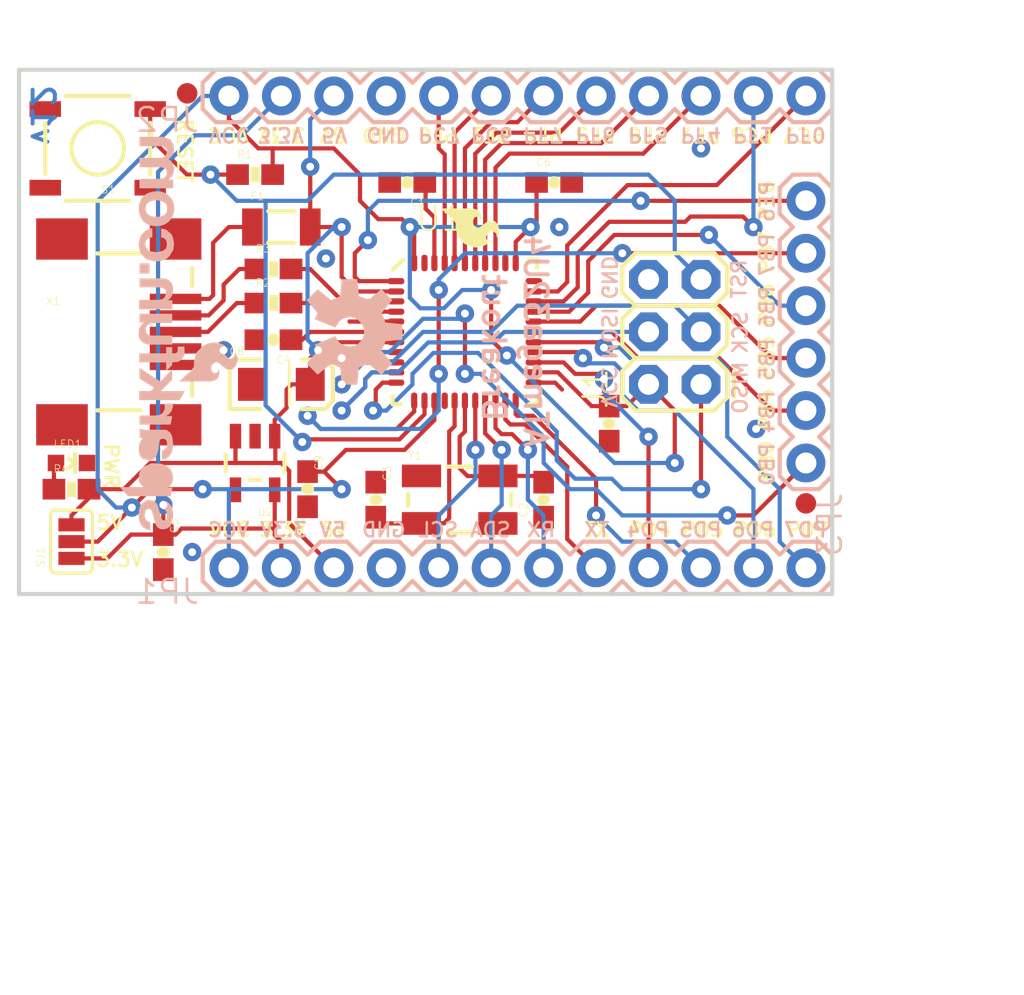
<source format=kicad_pcb>
(kicad_pcb (version 20211014) (generator pcbnew)
  (layers (0 "F.Cu" signal) (31 "B.Cu" signal) (34 "B.Paste" user) (35 "F.Paste" user) (36 "B.SilkS" user "B.Silkscreen") (37 "F.SilkS" user "F.Silkscreen") (38 "B.Mask" user) (39 "F.Mask" user) (44 "Edge.Cuts" user))
  (net 0 "")
  (net 1 "GND")
  (net 2 "VCC")
  (net 3 "AREF")
  (net 4 "N$2")
  (net 5 "N$3")
  (net 6 "N$6")
  (net 7 "N$8")
  (net 8 "5V")
  (net 9 "N$4")
  (net 10 "N$9")
  (net 11 "UCAP")
  (net 12 "3.3V")
  (net 13 "MISO")
  (net 14 "SCK")
  (net 15 "RST")
  (net 16 "MOSI")
  (net 17 "PF7")
  (net 18 "PF6")
  (net 19 "PF5")
  (net 20 "PF4")
  (net 21 "PF1")
  (net 22 "PF0")
  (net 23 "RX")
  (net 24 "TX")
  (net 25 "SDA")
  (net 26 "SCL")
  (net 27 "PD4")
  (net 28 "PC6")
  (net 29 "PD7")
  (net 30 "PE6")
  (net 31 "PB4")
  (net 32 "PB5")
  (net 33 "PB6")
  (net 34 "PB7")
  (net 35 "PD6")
  (net 36 "PC7")
  (net 37 "PB0")
  (net 38 "PD5")
  (net 39 "D+")
  (net 40 "D-")
  (footprint "boardEagle:SOT23-5" (layer "F.Cu") (at 140.2461 111.3536 180)
    (fp_text reference "U2")
    (fp_text value "3.3V_REG_LDOSMD")
  )
  (footprint "boardEagle:QFN-44-NOPAD_1_1" (layer "F.Cu") (at 150.4061 105.0036)
    (fp_text reference "U1")
    (fp_text value "ATMEGA32U4")
  )
  (footprint "boardEagle:SFE-LOGO-FLAME" (layer "F.Cu") (at 149.2631 99.0346 -90)
    (fp_text reference "JP5" hide)
    (fp_text value "LOGO-SFESK" hide)
  )
  (footprint "boardEagle:CRYSTAL-SMD-5X3" (layer "F.Cu") (at 150.1521 113.1316)
    (fp_text reference "Y1")
    (fp_text value "16MHz")
  )
  (footprint "boardEagle:0603-CAP" (layer "F.Cu") (at 154.2161 113.1316 90)
    (fp_text reference "C2")
    (fp_text value "18pF")
  )
  (footprint "boardEagle:0603-RES" (layer "F.Cu") (at 141.1351 101.9556)
    (fp_text reference "R3")
    (fp_text value "22")
  )
  (footprint "boardEagle:0603-CAP" (layer "F.Cu") (at 142.7861 112.6236 -90)
    (fp_text reference "C9")
    (fp_text value "0.1uF")
  )
  (footprint "boardEagle:0603-CAP" (layer "F.Cu") (at 146.0881 113.1316 -90)
    (fp_text reference "C3")
    (fp_text value "18pF")
  )
  (footprint "boardEagle:PTC-1206" (layer "F.Cu") (at 141.5161 99.9236)
    (fp_text reference "F1")
    (fp_text value "PTCSMD")
  )
  (footprint "boardEagle:FIDUCIAL-1X2" (layer "F.Cu") (at 166.9161 113.3094)
    (fp_text reference "JP7" hide)
    (fp_text value "FIDUCIAL1X2" hide)
  )
  (footprint "boardEagle:FIDUCIAL-1X2" (layer "F.Cu") (at 136.9568 93.4466)
    (fp_text reference "JP6" hide)
    (fp_text value "FIDUCIAL1X2" hide)
  )
  (footprint "boardEagle:0603-RES" (layer "F.Cu") (at 141.1351 103.6066)
    (fp_text reference "R2")
    (fp_text value "22")
  )
  (footprint "boardEagle:SJ_3_PASTE2&3" (layer "F.Cu") (at 131.3561 115.1636 90)
    (fp_text reference "SJ1")
    (fp_text value "Power Select")
  )
  (footprint "boardEagle:0603-CAP" (layer "F.Cu") (at 135.8011 115.6716 -90)
    (fp_text reference "C5")
    (fp_text value "1uF")
  )
  (footprint "boardEagle:USB-MINIB" (layer "F.Cu") (at 133.8961 105.0036)
    (fp_text reference "X1")
    (fp_text value "USBSMD")
  )
  (footprint "boardEagle:0603-RES" (layer "F.Cu") (at 131.3561 112.6236)
    (fp_text reference "R4")
    (fp_text value "1k")
  )
  (footprint "boardEagle:0603-RES" (layer "F.Cu") (at 140.2461 97.3836)
    (fp_text reference "R1")
    (fp_text value "10k")
  )
  (footprint "boardEagle:0603-CAP" (layer "F.Cu") (at 141.1351 105.3846 180)
    (fp_text reference "C4")
    (fp_text value "1uF")
  )
  (footprint "boardEagle:LED-0603" (layer "F.Cu") (at 131.3561 111.3536 -90)
    (fp_text reference "LED1")
    (fp_text value "Power")
  )
  (footprint "boardEagle:0603-CAP" (layer "F.Cu") (at 154.7241 97.7646)
    (fp_text reference "C6")
    (fp_text value "0.1uF")
  )
  (footprint "boardEagle:EIA3216" (layer "F.Cu") (at 141.5161 107.5436)
    (fp_text reference "C8")
    (fp_text value "10uF")
  )
  (footprint "boardEagle:0603-CAP" (layer "F.Cu") (at 147.6121 97.7646 180)
    (fp_text reference "C1")
    (fp_text value "0.1uF")
  )
  (footprint "boardEagle:2X3" (layer "F.Cu") (at 161.8361 107.5436 90)
    (fp_text reference "J1")
    (fp_text value "AVR_SPI_PRG")
  )
  (footprint "boardEagle:0603-CAP" (layer "F.Cu") (at 157.3911 109.4486 -90)
    (fp_text reference "C7")
    (fp_text value "0.1uF")
  )
  (footprint "boardEagle:TACTILE_SWITCH_SMD" (layer "F.Cu") (at 132.6261 96.1136 180)
    (fp_text reference "S1")
    (fp_text value "SWITCH-SMD")
  )
  (footprint "boardEagle:1X12" (layer "B.Cu") (at 138.9761 93.5736)
    (fp_text reference "JP2")
    (fp_text value "M12PTH")
  )
  (footprint "boardEagle:1X06" (layer "B.Cu") (at 166.9161 111.3536 90)
    (fp_text reference "JP3")
    (fp_text value "")
  )
  (footprint "boardEagle:SFE-NEW-WEBLOGO" (layer "B.Cu") (at 133.7056 114.6048 90)
    (fp_text reference "JP8" hide)
    (fp_text value "LOGO-SFENEW" hide)
  )
  (footprint "boardEagle:1X12" (layer "B.Cu") (at 138.9761 116.4336)
    (fp_text reference "JP1")
    (fp_text value "M12PTH")
  )
  (footprint "boardEagle:OSHW-LOGO-M" (layer "B.Cu") (at 144.8181 105.0036 90)
    (fp_text reference "U$6" hide)
    (fp_text value "OSHW-LOGOM" hide)
  )
  (gr_line (start 128.8161 117.7036) (end 168.1861 117.7036) (layer "Edge.Cuts") (width 0.2032))
  (gr_line (start 128.8161 92.3036) (end 128.8161 117.7036) (layer "Edge.Cuts") (width 0.2032))
  (gr_line (start 168.1861 117.7036) (end 168.1861 92.3036) (layer "Edge.Cuts") (width 0.2032))
  (gr_line (start 168.1861 92.3036) (end 128.8161 92.3036) (layer "Edge.Cuts") (width 0.2032))
  (gr_text "v12" (at 130.5941 92.9386 -90) (layer "B.Cu") (effects (font (size 1.0795 1.0795) (thickness 0.1905)) (justify right top mirror)))
  (gr_text "5V" (at 143.383 95.0468 -180) (layer "B.SilkS") (effects (font (size 0.69088 0.69088) (thickness 0.12192)) (justify left bottom mirror)))
  (gr_text "PB6" (at 165.4429 102.7049 -270) (layer "B.SilkS") (effects (font (size 0.69088 0.69088) (thickness 0.12192)) (justify left bottom mirror)))
  (gr_text "Breakout" (at 151.1681 109.4486 -90) (layer "B.SilkS") (effects (font (size 1.0795 1.0795) (thickness 0.1905)) (justify left bottom mirror)))
  (gr_text "PB5" (at 165.4429 105.2449 -270) (layer "B.SilkS") (effects (font (size 0.69088 0.69088) (thickness 0.12192)) (justify left bottom mirror)))
  (gr_text "RST" (at 164.084 101.4222 -270) (layer "B.SilkS") (effects (font (size 0.69088 0.69088) (thickness 0.12192)) (justify left bottom mirror)))
  (gr_text "VCC" (at 140.0302 114.9985) (layer "B.SilkS") (effects (font (size 0.69088 0.69088) (thickness 0.12192)) (justify left bottom mirror)))
  (gr_text "PD6" (at 165.4429 114.9985) (layer "B.SilkS") (effects (font (size 0.69088 0.69088) (thickness 0.12192)) (justify left bottom mirror)))
  (gr_text "PB0" (at 165.4429 110.3249 -270) (layer "B.SilkS") (effects (font (size 0.69088 0.69088) (thickness 0.12192)) (justify left bottom mirror)))
  (gr_text "GND" (at 147.6121 114.9985) (layer "B.SilkS") (effects (font (size 0.69088 0.69088) (thickness 0.12192)) (justify left bottom mirror)))
  (gr_text "RX" (at 154.8511 114.9985) (layer "B.SilkS") (effects (font (size 0.69088 0.69088) (thickness 0.12192)) (justify left bottom mirror)))
  (gr_text "PD4" (at 160.3629 114.9985) (layer "B.SilkS") (effects (font (size 0.69088 0.69088) (thickness 0.12192)) (justify left bottom mirror)))
  (gr_text "PF4" (at 160.7693 95.0468 -180) (layer "B.SilkS") (effects (font (size 0.69088 0.69088) (thickness 0.12192)) (justify left bottom mirror)))
  (gr_text "PD5" (at 162.9029 114.9985) (layer "B.SilkS") (effects (font (size 0.69088 0.69088) (thickness 0.12192)) (justify left bottom mirror)))
  (gr_text "PF5" (at 158.2293 95.0468 -180) (layer "B.SilkS") (effects (font (size 0.69088 0.69088) (thickness 0.12192)) (justify left bottom mirror)))
  (gr_text "3.3V" (at 142.8242 114.9985) (layer "B.SilkS") (effects (font (size 0.69088 0.69088) (thickness 0.12192)) (justify left bottom mirror)))
  (gr_text "PB7" (at 165.4429 100.1649 -270) (layer "B.SilkS") (effects (font (size 0.69088 0.69088) (thickness 0.12192)) (justify left bottom mirror)))
  (gr_text "PD7" (at 167.9829 114.9985) (layer "B.SilkS") (effects (font (size 0.69088 0.69088) (thickness 0.12192)) (justify left bottom mirror)))
  (gr_text "GND" (at 156.972 103.505 -90) (layer "B.SilkS") (effects (font (size 0.69088 0.69088) (thickness 0.12192)) (justify left bottom mirror)))
  (gr_text "MISO" (at 164.1348 106.3752 -270) (layer "B.SilkS") (effects (font (size 0.69088 0.69088) (thickness 0.12192)) (justify left bottom mirror)))
  (gr_text "SDA" (at 152.6921 114.9985) (layer "B.SilkS") (effects (font (size 0.69088 0.69088) (thickness 0.12192)) (justify left bottom mirror)))
  (gr_text "VCC" (at 137.9347 95.0468 -180) (layer "B.SilkS") (effects (font (size 0.69088 0.69088) (thickness 0.12192)) (justify left bottom mirror)))
  (gr_text "PF1" (at 163.3093 95.0468 -180) (layer "B.SilkS") (effects (font (size 0.69088 0.69088) (thickness 0.12192)) (justify left bottom mirror)))
  (gr_text "TX" (at 157.4673 114.9985) (layer "B.SilkS") (effects (font (size 0.69088 0.69088) (thickness 0.12192)) (justify left bottom mirror)))
  (gr_text "3.3V" (at 140.2842 95.0468 -180) (layer "B.SilkS") (effects (font (size 0.69088 0.69088) (thickness 0.12192)) (justify left bottom mirror)))
  (gr_text "PF6" (at 155.6893 95.0468 -180) (layer "B.SilkS") (effects (font (size 0.69088 0.69088) (thickness 0.12192)) (justify left bottom mirror)))
  (gr_text "PE6" (at 165.4429 97.6249 -270) (layer "B.SilkS") (effects (font (size 0.69088 0.69088) (thickness 0.12192)) (justify left bottom mirror)))
  (gr_text "PB4" (at 165.4429 107.7849 -270) (layer "B.SilkS") (effects (font (size 0.69088 0.69088) (thickness 0.12192)) (justify left bottom mirror)))
  (gr_text "5V" (at 144.6911 114.9985) (layer "B.SilkS") (effects (font (size 0.69088 0.69088) (thickness 0.12192)) (justify left bottom mirror)))
  (gr_text "PF0" (at 165.8493 95.0468 -180) (layer "B.SilkS") (effects (font (size 0.69088 0.69088) (thickness 0.12192)) (justify left bottom mirror)))
  (gr_text "VCC" (at 156.9593 108.7374 -90) (layer "B.SilkS") (effects (font (size 0.69088 0.69088) (thickness 0.12192)) (justify left bottom mirror)))
  (gr_text "ATmega32U4" (at 153.2001 110.7186 -90) (layer "B.SilkS") (effects (font (size 1.0795 1.0795) (thickness 0.1905)) (justify left bottom mirror)))
  (gr_text "PC7" (at 148.0693 95.0468 -180) (layer "B.SilkS") (effects (font (size 0.69088 0.69088) (thickness 0.12192)) (justify left bottom mirror)))
  (gr_text "GND" (at 145.5547 95.0468 -180) (layer "B.SilkS") (effects (font (size 0.69088 0.69088) (thickness 0.12192)) (justify left bottom mirror)))
  (gr_text "PF7" (at 153.1493 95.0468 -180) (layer "B.SilkS") (effects (font (size 0.69088 0.69088) (thickness 0.12192)) (justify left bottom mirror)))
  (gr_text "SCL" (at 150.1521 114.9985) (layer "B.SilkS") (effects (font (size 0.69088 0.69088) (thickness 0.12192)) (justify left bottom mirror)))
  (gr_text "MOSI" (at 156.972 106.4133 -90) (layer "B.SilkS") (effects (font (size 0.69088 0.69088) (thickness 0.12192)) (justify left bottom mirror)))
  (gr_text "PC6" (at 150.6093 95.0468 -180) (layer "B.SilkS") (effects (font (size 0.69088 0.69088) (thickness 0.12192)) (justify left bottom mirror)))
  (gr_text "SCK" (at 164.1348 103.9368 -270) (layer "B.SilkS") (effects (font (size 0.69088 0.69088) (thickness 0.12192)) (justify left bottom mirror)))
  (gr_text "VCC" (at 137.9601 114.9985) (layer "F.SilkS") (effects (font (size 0.69088 0.69088) (thickness 0.12192)) (justify left bottom)))
  (gr_text "PB4" (at 165.4175 109.855 90) (layer "F.SilkS") (effects (font (size 0.69088 0.69088) (thickness 0.12192)) (justify left bottom)))
  (gr_text "VCC" (at 140.0175 95.0468 180) (layer "F.SilkS") (effects (font (size 0.69088 0.69088) (thickness 0.12192)) (justify left bottom)))
  (gr_text "PC7" (at 167.9321 95.0468 180) (layer "F.SilkS") (effects (font (size 0.69088 0.69088) (thickness 0.12192)) (justify left bottom)))
  (gr_text "PD7" (at 165.9001 114.9985) (layer "F.SilkS") (effects (font (size 0.69088 0.69088) (thickness 0.12192)) (justify left bottom)))
  (gr_text "5V" (at 144.7165 95.0468 180) (layer "F.SilkS") (effects (font (size 0.69088 0.69088) (thickness 0.12192)) (justify left bottom)))
  (gr_text "PD6" (at 163.3601 114.9985) (layer "F.SilkS") (effects (font (size 0.69088 0.69088) (thickness 0.12192)) (justify left bottom)))
  (gr_text "PWR" (at 132.8801 110.3376 270) (layer "F.SilkS") (effects (font (size 0.69088 0.69088) (thickness 0.12192)) (justify left bottom)))
  (gr_text "PF5" (at 157.7721 95.0468 180) (layer "F.SilkS") (effects (font (size 0.69088 0.69088) (thickness 0.12192)) (justify left bottom)))
  (gr_text "PB7" (at 165.4175 102.235 90) (layer "F.SilkS") (effects (font (size 0.69088 0.69088) (thickness 0.12192)) (justify left bottom)))
  (gr_text "PE6" (at 165.4175 99.695 90) (layer "F.SilkS") (effects (font (size 0.69088 0.69088) (thickness 0.12192)) (justify left bottom)))
  (gr_text "RESET" (at 136.4361 94.5896 270) (layer "F.SilkS") (effects (font (size 0.69088 0.69088) (thickness 0.12192)) (justify left bottom)))
  (gr_text "PB0" (at 165.4175 112.395 90) (layer "F.SilkS") (effects (font (size 0.69088 0.69088) (thickness 0.12192)) (justify left bottom)))
  (gr_text "PF1" (at 152.6921 95.0468 180) (layer "F.SilkS") (effects (font (size 0.69088 0.69088) (thickness 0.12192)) (justify left bottom)))
  (gr_text "PB6" (at 165.4175 104.775 90) (layer "F.SilkS") (effects (font (size 0.69088 0.69088) (thickness 0.12192)) (justify left bottom)))
  (gr_text "PF7" (at 162.8521 95.0468 180) (layer "F.SilkS") (effects (font (size 0.69088 0.69088) (thickness 0.12192)) (justify left bottom)))
  (gr_text "PF0" (at 150.1521 95.0468 180) (layer "F.SilkS") (effects (font (size 0.69088 0.69088) (thickness 0.12192)) (justify left bottom)))
  (gr_text "3.3V" (at 140.3731 114.9985) (layer "F.SilkS") (effects (font (size 0.69088 0.69088) (thickness 0.12192)) (justify left bottom)))
  (gr_text "PF6" (at 160.3121 95.0468 180) (layer "F.SilkS") (effects (font (size 0.69088 0.69088) (thickness 0.12192)) (justify left bottom)))
  (gr_text "5V" (at 132.4991 114.6556) (layer "F.SilkS") (effects (font (size 0.69088 0.69088) (thickness 0.12192)) (justify left bottom)))
  (gr_text "5V" (at 143.3576 114.9985) (layer "F.SilkS") (effects (font (size 0.69088 0.69088) (thickness 0.12192)) (justify left bottom)))
  (gr_text "PC6" (at 165.3921 95.0468 180) (layer "F.SilkS") (effects (font (size 0.69088 0.69088) (thickness 0.12192)) (justify left bottom)))
  (gr_text "3.3V" (at 142.7353 95.0468 180) (layer "F.SilkS") (effects (font (size 0.69088 0.69088) (thickness 0.12192)) (justify left bottom)))
  (gr_text "GND" (at 147.6248 95.0468 180) (layer "F.SilkS") (effects (font (size 0.69088 0.69088) (thickness 0.12192)) (justify left bottom)))
  (gr_text "PD4" (at 158.2801 114.9985) (layer "F.SilkS") (effects (font (size 0.69088 0.69088) (thickness 0.12192)) (justify left bottom)))
  (gr_text "PD5" (at 160.8201 114.9985) (layer "F.SilkS") (effects (font (size 0.69088 0.69088) (thickness 0.12192)) (justify left bottom)))
  (gr_text "PB5" (at 165.4175 107.315 90) (layer "F.SilkS") (effects (font (size 0.69088 0.69088) (thickness 0.12192)) (justify left bottom)))
  (gr_text "TX" (at 156.1211 114.9985) (layer "F.SilkS") (effects (font (size 0.69088 0.69088) (thickness 0.12192)) (justify left bottom)))
  (gr_text "3.3V" (at 132.4991 116.4336) (layer "F.SilkS") (effects (font (size 0.69088 0.69088) (thickness 0.12192)) (justify left bottom)))
  (gr_text "PF4" (at 155.2321 95.0468 180) (layer "F.SilkS") (effects (font (size 0.69088 0.69088) (thickness 0.12192)) (justify left bottom)))
  (segment (start 153.7426 107.461335) (end 154.768834 107.461335) (width 0.2032) (layer "F.Cu") (net 1))
  (segment (start 154.768834 107.461335) (end 155.1051 107.7976) (width 0.2032) (layer "F.Cu") (net 1))
  (segment (start 144.8261 104.5036) (end 144.8181 104.4956) (width 0.2032) (layer "F.Cu") (net 1))
  (segment (start 147.0696 104.5036) (end 144.8261 104.5036) (width 0.2032) (layer "F.Cu") (net 1))
  (via (at 137.1981 115.6716) (size 0.889) (drill 0.381) (layers "F.Cu" "B.Cu") (net 1))
  (via (at 154.9781 99.9236) (size 0.889) (drill 0.381) (layers "F.Cu" "B.Cu") (net 1))
  (via (at 161.8361 96.1136) (size 0.889) (drill 0.381) (layers "F.Cu" "B.Cu") (net 1))
  (via (at 164.5031 109.7026) (size 0.889) (drill 0.381) (layers "F.Cu" "B.Cu") (net 1))
  (via (at 143.6751 101.4476) (size 0.889) (drill 0.381) (layers "F.Cu" "B.Cu") (net 1))
  (via (at 138.7221 105.8926) (size 0.889) (drill 0.381) (layers "F.Cu" "B.Cu") (net 1))
  (segment (start 145.3261 98.6536) (end 145.3261 97.3836) (width 0.2032) (layer "F.Cu") (net 2))
  (segment (start 160.5661 108.8136) (end 160.5661 111.3536) (width 0.2032) (layer "F.Cu") (net 2))
  (segment (start 147.4851 110.7186) (end 144.6421 110.7186) (width 0.2032) (layer "F.Cu") (net 2))
  (segment (start 147.948365 100.132866) (end 147.7391 99.9236) (width 0.2032) (layer "F.Cu") (net 2))
  (segment (start 153.8741 97.7646) (end 153.8741 99.6306) (width 0.2032) (layer "F.Cu") (net 2))
  (segment (start 143.5871 111.7736) (end 144.4371 112.6236) (width 0.2032) (layer "F.Cu") (net 2))
  (segment (start 151.6761 102.9716) (end 151.6761 105.3846) (width 0.2032) (layer "F.Cu") (net 2))
  (segment (start 151.6761 105.3846) (end 152.4381 106.1466) (width 0.2032) (layer "F.Cu") (net 2))
  (segment (start 138.9761 94.6866) (end 138.9761 93.5736) (width 0.2032) (layer "F.Cu") (net 2))
  (segment (start 153.7426 106.961335) (end 154.903834 106.961335) (width 0.2032) (layer "F.Cu") (net 2))
  (segment (start 132.6261 115.1636) (end 131.3561 115.1636) (width 0.2032) (layer "F.Cu") (net 2))
  (segment (start 142.7861 111.7736) (end 143.5871 111.7736) (width 0.2032) (layer "F.Cu") (net 2))
  (segment (start 137.7061 112.6236) (end 135.1661 112.6236) (width 0.2032) (layer "F.Cu") (net 2))
  (segment (start 146.2151 99.5426) (end 145.3261 98.6536) (width 0.2032) (layer "F.Cu") (net 2))
  (segment (start 158.2411 108.5986) (end 159.2961 107.5436) (width 0.2032) (layer "F.Cu") (net 2))
  (segment (start 152.863834 100.640866) (end 153.5811 99.9236) (width 0.2032) (layer "F.Cu") (net 2))
  (segment (start 156.5411 108.5986) (end 154.903834 106.961335) (width 0.2032) (layer "F.Cu") (net 2))
  (segment (start 157.3911 108.5986) (end 158.2411 108.5986) (width 0.2032) (layer "F.Cu") (net 2))
  (segment (start 132.6261 115.1636) (end 134.2771 113.5126) (width 0.2032) (layer "F.Cu") (net 2))
  (segment (start 148.927231 108.3401) (end 148.927231 109.276469) (width 0.2032) (layer "F.Cu") (net 2))
  (segment (start 159.2961 107.5436) (end 160.5661 108.8136) (width 0.2032) (layer "F.Cu") (net 2))
  (segment (start 147.948365 101.6671) (end 147.948365 100.132866) (width 0.2032) (layer "F.Cu") (net 2))
  (segment (start 146.2151 99.5426) (end 147.3581 99.5426) (width 0.2032) (layer "F.Cu") (net 2))
  (segment (start 135.1661 112.6236) (end 134.2771 113.5126) (width 0.2032) (layer "F.Cu") (net 2))
  (segment (start 147.3581 99.5426) (end 147.7391 99.9236) (width 0.2032) (layer "F.Cu") (net 2))
  (segment (start 144.6421 110.7186) (end 143.5871 111.7736) (width 0.2032) (layer "F.Cu") (net 2))
  (segment (start 145.3261 97.3836) (end 144.0561 96.1136) (width 0.2032) (layer "F.Cu") (net 2))
  (segment (start 148.927231 109.276469) (end 147.4851 110.7186) (width 0.2032) (layer "F.Cu") (net 2))
  (segment (start 152.863834 101.6671) (end 152.863834 100.640866) (width 0.2032) (layer "F.Cu") (net 2))
  (segment (start 153.5811 99.9236) (end 153.8741 99.6306) (width 0.2032) (layer "F.Cu") (net 2))
  (segment (start 141.0961 97.3836) (end 141.0961 96.1136) (width 0.2032) (layer "F.Cu") (net 2))
  (segment (start 157.3911 108.5986) (end 156.5411 108.5986) (width 0.2032) (layer "F.Cu") (net 2))
  (segment (start 140.4031 96.1136) (end 138.9761 94.6866) (width 0.2032) (layer "F.Cu") (net 2))
  (segment (start 144.0561 96.1136) (end 141.0961 96.1136) (width 0.2032) (layer "F.Cu") (net 2))
  (segment (start 141.0961 96.1136) (end 140.4031 96.1136) (width 0.2032) (layer "F.Cu") (net 2))
  (via (at 144.4371 112.6236) (size 0.889) (drill 0.381) (layers "F.Cu" "B.Cu") (net 2))
  (via (at 160.5661 111.3536) (size 0.889) (drill 0.381) (layers "F.Cu" "B.Cu") (net 2))
  (via (at 137.7061 112.6236) (size 0.889) (drill 0.381) (layers "F.Cu" "B.Cu") (net 2))
  (via (at 153.5811 99.9236) (size 0.889) (drill 0.381) (layers "F.Cu" "B.Cu") (net 2))
  (via (at 151.6761 102.9716) (size 0.889) (drill 0.381) (layers "F.Cu" "B.Cu") (net 2))
  (via (at 134.2771 113.5126) (size 0.889) (drill 0.381) (layers "F.Cu" "B.Cu") (net 2))
  (via (at 147.7391 99.9236) (size 0.889) (drill 0.381) (layers "F.Cu" "B.Cu") (net 2))
  (via (at 152.4381 106.1466) (size 0.889) (drill 0.381) (layers "F.Cu" "B.Cu") (net 2))
  (segment (start 147.7391 103.3526) (end 147.7391 99.9236) (width 0.2032) (layer "B.Cu") (net 2))
  (segment (start 149.3901 103.8606) (end 148.2471 103.8606) (width 0.2032) (layer "B.Cu") (net 2))
  (segment (start 153.5811 99.9236) (end 147.7391 99.9236) (width 0.2032) (layer "B.Cu") (net 2))
  (segment (start 132.6261 112.6236) (end 133.5151 113.5126) (width 0.2032) (layer "B.Cu") (net 2))
  (segment (start 138.9761 112.6236) (end 138.9761 116.4336) (width 0.2032) (layer "B.Cu") (net 2))
  (segment (start 138.9761 93.5736) (end 137.7061 93.5736) (width 0.2032) (layer "B.Cu") (net 2))
  (segment (start 150.2791 102.9716) (end 149.3901 103.8606) (width 0.2032) (layer "B.Cu") (net 2))
  (segment (start 152.4381 106.1466) (end 157.6451 111.3536) (width 0.2032) (layer "B.Cu") (net 2))
  (segment (start 137.7061 112.6236) (end 138.9761 112.6236) (width 0.2032) (layer "B.Cu") (net 2))
  (segment (start 148.2471 103.8606) (end 147.7391 103.3526) (width 0.2032) (layer "B.Cu") (net 2))
  (segment (start 138.9761 112.6236) (end 144.4371 112.6236) (width 0.2032) (layer "B.Cu") (net 2))
  (segment (start 160.5661 111.3536) (end 157.6451 111.3536) (width 0.2032) (layer "B.Cu") (net 2))
  (segment (start 133.5151 113.5126) (end 134.2771 113.5126) (width 0.2032) (layer "B.Cu") (net 2))
  (segment (start 151.6761 102.9716) (end 150.2791 102.9716) (width 0.2032) (layer "B.Cu") (net 2))
  (segment (start 132.6261 98.6536) (end 132.6261 112.6236) (width 0.2032) (layer "B.Cu") (net 2))
  (segment (start 137.7061 93.5736) (end 132.6261 98.6536) (width 0.2032) (layer "B.Cu") (net 2))
  (segment (start 148.5011 99.0346) (end 148.5011 97.8036) (width 0.2032) (layer "F.Cu") (net 3))
  (segment (start 148.927234 101.6671) (end 148.927234 99.460735) (width 0.2032) (layer "F.Cu") (net 3))
  (segment (start 148.5011 97.8036) (end 148.4621 97.7646) (width 0.2032) (layer "F.Cu") (net 3))
  (segment (start 148.927234 99.460735) (end 148.5011 99.0346) (width 0.2032) (layer "F.Cu") (net 3))
  (segment (start 153.9161 111.9816) (end 154.2161 112.2816) (width 0.2032) (layer "F.Cu") (net 4))
  (segment (start 150.5331 111.9886) (end 151.9951 111.9886) (width 0.2032) (layer "F.Cu") (net 4))
  (segment (start 150.4061 108.3401) (end 150.4061 109.8296) (width 0.2032) (layer "F.Cu") (net 4))
  (segment (start 150.1521 111.6076) (end 150.5331 111.9886) (width 0.2032) (layer "F.Cu") (net 4))
  (segment (start 150.1521 110.0836) (end 150.1521 111.6076) (width 0.2032) (layer "F.Cu") (net 4))
  (segment (start 151.9951 111.9886) (end 152.0021 111.9816) (width 0.2032) (layer "F.Cu") (net 4))
  (segment (start 152.0021 111.9816) (end 153.9161 111.9816) (width 0.2032) (layer "F.Cu") (net 4))
  (segment (start 150.4061 109.8296) (end 150.1521 110.0836) (width 0.2032) (layer "F.Cu") (net 4))
  (segment (start 148.3021 114.2816) (end 146.3881 114.2816) (width 0.2032) (layer "F.Cu") (net 5))
  (segment (start 149.6441 109.8296) (end 149.6441 114.0206) (width 0.2032) (layer "F.Cu") (net 5))
  (segment (start 149.3901 114.2746) (end 148.3091 114.2746) (width 0.2032) (layer "F.Cu") (net 5))
  (segment (start 146.3881 114.2816) (end 146.0881 113.9816) (width 0.2032) (layer "F.Cu") (net 5))
  (segment (start 149.6441 114.0206) (end 149.3901 114.2746) (width 0.2032) (layer "F.Cu") (net 5))
  (segment (start 148.3091 114.2746) (end 148.3021 114.2816) (width 0.2032) (layer "F.Cu") (net 5))
  (segment (start 149.9061 109.5676) (end 149.6441 109.8296) (width 0.2032) (layer "F.Cu") (net 5))
  (segment (start 149.9061 108.3401) (end 149.9061 109.5676) (width 0.2032) (layer "F.Cu") (net 5))
  (segment (start 144.347234 104.024735) (end 143.9291 103.6066) (width 0.2032) (layer "F.Cu") (net 6))
  (segment (start 143.9291 103.6066) (end 141.9851 103.6066) (width 0.2032) (layer "F.Cu") (net 6))
  (segment (start 147.0696 104.024735) (end 144.347234 104.024735) (width 0.2032) (layer "F.Cu") (net 6))
  (segment (start 147.0696 103.524732) (end 144.482231 103.524732) (width 0.2032) (layer "F.Cu") (net 7))
  (segment (start 141.9851 101.9556) (end 142.9131 101.9556) (width 0.2032) (layer "F.Cu") (net 7))
  (segment (start 144.482231 103.524732) (end 142.9131 101.9556) (width 0.2032) (layer "F.Cu") (net 7))
  (segment (start 142.9161 99.9236) (end 142.9161 97.7676) (width 0.2032) (layer "F.Cu") (net 8))
  (segment (start 141.8971 111.7346) (end 141.5161 111.3536) (width 0.2032) (layer "F.Cu") (net 8))
  (segment (start 144.8261 105.5036) (end 147.0696 105.503604) (width 0.2032) (layer "F.Cu") (net 8))
  (segment (start 147.0696 103.045866) (end 145.146365 103.045866) (width 0.2032) (layer "F.Cu") (net 8))
  (segment (start 142.9131 107.5406) (end 142.9131 106.2736) (width 0.2032) (layer "F.Cu") (net 8))
  (segment (start 144.8261 105.5036) (end 143.6831 105.5036) (width 0.2032) (layer "F.Cu") (net 8))
  (segment (start 141.1961 110.0535) (end 141.1961 109.2606) (width 0.2032) (layer "F.Cu") (net 8))
  (segment (start 135.1661 111.3536) (end 133.8961 112.6236) (width 0.2032) (layer "F.Cu") (net 8))
  (segment (start 131.3561 114.3508) (end 131.4069 114.4016) (width 0.2032) (layer "F.Cu") (net 8))
  (segment (start 141.8971 114.2746) (end 141.8971 111.7346) (width 0.2032) (layer "F.Cu") (net 8))
  (segment (start 143.2941 105.8926) (end 143.6831 105.5036) (width 0.2032) (layer "F.Cu") (net 8))
  (segment (start 141.1961 109.2606) (end 141.7701 108.6866) (width 0.2032) (layer "F.Cu") (net 8))
  (segment (start 141.1961 110.0535) (end 141.2262 110.0836) (width 0.2032) (layer "F.Cu") (net 8))
  (segment (start 139.2961 110.0535) (end 139.2961 111.3536) (width 0.2032) (layer "F.Cu") (net 8))
  (segment (start 144.4371 99.9236) (end 144.4371 102.3366) (width 0.2032) (layer "F.Cu") (net 8))
  (segment (start 141.2262 110.0836) (end 141.2262 111.3536) (width 0.2032) (layer "F.Cu") (net 8))
  (segment (start 142.9161 107.5436) (end 142.9131 107.5406) (width 0.2032) (layer "F.Cu") (net 8))
  (segment (start 132.2061 112.6236) (end 132.2061 113.0436) (width 0.2032) (layer "F.Cu") (net 8))
  (segment (start 141.8971 114.2746) (end 144.0561 116.4336) (width 0.2032) (layer "F.Cu") (net 8))
  (segment (start 141.2262 111.3536) (end 139.2961 111.3536) (width 0.2032) (layer "F.Cu") (net 8))
  (segment (start 144.4371 99.9236) (end 142.9161 99.9236) (width 0.2032) (layer "F.Cu") (net 8))
  (segment (start 141.7701 107.7976) (end 142.0241 107.5436) (width 0.2032) (layer "F.Cu") (net 8))
  (segment (start 141.2262 111.3536) (end 141.5161 111.3536) (width 0.2032) (layer "F.Cu") (net 8))
  (segment (start 133.8961 112.6236) (end 132.2061 112.6236) (width 0.2032) (layer "F.Cu") (net 8))
  (segment (start 142.9131 106.2736) (end 143.2941 105.8926) (width 0.2032) (layer "F.Cu") (net 8))
  (segment (start 142.9161 97.7676) (end 142.9131 97.0026) (width 0.2032) (layer "F.Cu") (net 8))
  (segment (start 131.3561 113.8936) (end 132.2061 113.0436) (width 0.2032) (layer "F.Cu") (net 8))
  (segment (start 144.4371 102.3366) (end 145.146365 103.045866) (width 0.2032) (layer "F.Cu") (net 8))
  (segment (start 141.7701 108.6866) (end 141.7701 107.7976) (width 0.2032) (layer "F.Cu") (net 8))
  (segment (start 139.2961 111.3536) (end 135.1661 111.3536) (width 0.2032) (layer "F.Cu") (net 8))
  (segment (start 131.3561 114.3508) (end 131.3561 113.8936) (width 0.2032) (layer "F.Cu") (net 8))
  (segment (start 142.0241 107.5436) (end 142.9161 107.5436) (width 0.2032) (layer "F.Cu") (net 8))
  (via (at 142.9131 97.0026) (size 0.889) (drill 0.381) (layers "F.Cu" "B.Cu") (net 8))
  (via (at 143.2941 105.8926) (size 0.889) (drill 0.381) (layers "F.Cu" "B.Cu") (net 8))
  (via (at 144.4371 99.9236) (size 0.889) (drill 0.381) (layers "F.Cu" "B.Cu") (net 8))
  (segment (start 142.9131 97.0026) (end 142.9131 94.7166) (width 0.2032) (layer "B.Cu") (net 8))
  (segment (start 144.0561 99.9236) (end 142.7861 101.1936) (width 0.2032) (layer "B.Cu") (net 8))
  (segment (start 142.9131 94.7166) (end 144.0561 93.5736) (width 0.2032) (layer "B.Cu") (net 8))
  (segment (start 144.4371 99.9236) (end 144.0561 99.9236) (width 0.2032) (layer "B.Cu") (net 8))
  (segment (start 142.7861 105.3846) (end 143.2941 105.8926) (width 0.2032) (layer "B.Cu") (net 8))
  (segment (start 142.7861 101.1936) (end 142.7861 105.3846) (width 0.2032) (layer "B.Cu") (net 8))
  (segment (start 138.2141 100.6856) (end 138.9761 99.9236) (width 0.2032) (layer "F.Cu") (net 9))
  (segment (start 136.3961 103.4036) (end 138.0361 103.4036) (width 0.2032) (layer "F.Cu") (net 9))
  (segment (start 138.2141 103.2256) (end 138.0361 103.4036) (width 0.2032) (layer "F.Cu") (net 9))
  (segment (start 140.1161 99.9236) (end 138.9761 99.9236) (width 0.2032) (layer "F.Cu") (net 9))
  (segment (start 138.2141 103.2256) (end 138.2141 100.6856) (width 0.2032) (layer "F.Cu") (net 9))
  (segment (start 130.5061 112.6236) (end 130.5061 111.4536) (width 0.2032) (layer "F.Cu") (net 10))
  (segment (start 130.5061 111.4536) (end 130.6061 111.3536) (width 0.2032) (layer "F.Cu") (net 10))
  (segment (start 141.9851 105.3846) (end 142.5321 105.3846) (width 0.2032) (layer "F.Cu") (net 11))
  (segment (start 142.5321 105.3846) (end 142.9131 105.0036) (width 0.2032) (layer "F.Cu") (net 11))
  (segment (start 142.9131 105.0036) (end 147.0696 105.0036) (width 0.2032) (layer "F.Cu") (net 11))
  (segment (start 131.3561 115.9764) (end 133.0833 115.9764) (width 0.2032) (layer "F.Cu") (net 12))
  (segment (start 135.8011 114.8216) (end 135.8011 113.3856) (width 0.2032) (layer "F.Cu") (net 12))
  (segment (start 135.8011 114.8216) (end 136.3971 114.8216) (width 0.2032) (layer "F.Cu") (net 12))
  (segment (start 135.8011 114.8216) (end 134.2381 114.8216) (width 0.2032) (layer "F.Cu") (net 12))
  (segment (start 141.1961 114.5286) (end 136.6901 114.5286) (width 0.2032) (layer "F.Cu") (net 12))
  (segment (start 141.5161 116.4336) (end 141.5161 115.1636) (width 0.2032) (layer "F.Cu") (net 12))
  (segment (start 141.1961 114.5286) (end 141.1961 114.8436) (width 0.2032) (layer "F.Cu") (net 12))
  (segment (start 133.0833 115.9764) (end 134.2381 114.8216) (width 0.2032) (layer "F.Cu") (net 12))
  (segment (start 141.1961 114.8436) (end 141.5161 115.1636) (width 0.2032) (layer "F.Cu") (net 12))
  (segment (start 141.1961 112.6537) (end 141.1961 114.5286) (width 0.2032) (layer "F.Cu") (net 12))
  (segment (start 136.3971 114.8216) (end 136.6901 114.5286) (width 0.2032) (layer "F.Cu") (net 12))
  (via (at 135.8011 113.3856) (size 0.889) (drill 0.381) (layers "F.Cu" "B.Cu") (net 12))
  (segment (start 137.3251 95.4786) (end 139.6111 95.4786) (width 0.2032) (layer "B.Cu") (net 12))
  (segment (start 135.5471 97.2566) (end 137.3251 95.4786) (width 0.2032) (layer "B.Cu") (net 12))
  (segment (start 139.6111 95.4786) (end 141.5161 93.5736) (width 0.2032) (layer "B.Cu") (net 12))
  (segment (start 135.5471 97.2566) (end 135.5471 113.1316) (width 0.2032) (layer "B.Cu") (net 12))
  (segment (start 135.5471 113.1316) (end 135.8011 113.3856) (width 0.2032) (layer "B.Cu") (net 12))
  (segment (start 146.424365 107.461335) (end 146.0881 107.7976) (width 0.2032) (layer "F.Cu") (net 13))
  (segment (start 147.0696 107.461335) (end 146.424365 107.461335) (width 0.2032) (layer "F.Cu") (net 13))
  (segment (start 161.8361 112.6236) (end 161.8361 107.5436) (width 0.2032) (layer "F.Cu") (net 13))
  (segment (start 146.0881 108.6866) (end 145.9611 108.8136) (width 0.2032) (layer "F.Cu") (net 13))
  (segment (start 146.0881 107.7976) (end 146.0881 108.6866) (width 0.2032) (layer "F.Cu") (net 13))
  (via (at 161.8361 112.6236) (size 0.889) (drill 0.381) (layers "F.Cu" "B.Cu") (net 13))
  (via (at 145.9611 108.8136) (size 0.889) (drill 0.381) (layers "F.Cu" "B.Cu") (net 13))
  (segment (start 154.8511 111.2266) (end 155.7401 112.1156) (width 0.2032) (layer "B.Cu") (net 13))
  (segment (start 147.8661 107.0356) (end 148.8821 106.0196) (width 0.2032) (layer "B.Cu") (net 13))
  (segment (start 146.5961 108.8136) (end 147.8661 107.5436) (width 0.2032) (layer "B.Cu") (net 13))
  (segment (start 145.9611 108.8136) (end 146.5961 108.8136) (width 0.2032) (layer "B.Cu") (net 13))
  (segment (start 158.0261 112.6236) (end 157.5181 112.1156) (width 0.2032) (layer "B.Cu") (net 13))
  (segment (start 157.5181 112.1156) (end 155.7401 112.1156) (width 0.2032) (layer "B.Cu") (net 13))
  (segment (start 147.8661 107.5436) (end 147.8661 107.0356) (width 0.2032) (layer "B.Cu") (net 13))
  (segment (start 151.0411 106.0196) (end 154.8511 109.8296) (width 0.2032) (layer "B.Cu") (net 13))
  (segment (start 161.8361 112.6236) (end 158.0261 112.6236) (width 0.2032) (layer "B.Cu") (net 13))
  (segment (start 154.8511 109.8296) (end 154.8511 111.2266) (width 0.2032) (layer "B.Cu") (net 13))
  (segment (start 148.8821 106.0196) (end 151.0411 106.0196) (width 0.2032) (layer "B.Cu") (net 13))
  (segment (start 147.0696 106.482469) (end 145.498231 106.482469) (width 0.2032) (layer "F.Cu") (net 14))
  (segment (start 145.498231 106.482469) (end 144.4371 107.5436) (width 0.2032) (layer "F.Cu") (net 14))
  (via (at 144.4371 107.5436) (size 0.889) (drill 0.381) (layers "F.Cu" "B.Cu") (net 14))
  (segment (start 148.3741 105.0036) (end 151.6761 105.0036) (width 0.2032) (layer "B.Cu") (net 14))
  (segment (start 151.6761 105.0036) (end 152.9461 103.7336) (width 0.2032) (layer "B.Cu") (net 14))
  (segment (start 145.498231 106.482469) (end 146.895231 106.482469) (width 0.2032) (layer "B.Cu") (net 14))
  (segment (start 146.895231 106.482469) (end 148.3741 105.0036) (width 0.2032) (layer "B.Cu") (net 14))
  (segment (start 160.5661 103.7336) (end 152.9461 103.7336) (width 0.2032) (layer "B.Cu") (net 14))
  (segment (start 144.4371 107.5436) (end 145.498231 106.482469) (width 0.2032) (layer "B.Cu") (net 14))
  (segment (start 161.8361 105.0036) (end 160.5661 103.7336) (width 0.2032) (layer "B.Cu") (net 14))
  (segment (start 138.0871 97.3836) (end 139.3961 97.3836) (width 0.2032) (layer "F.Cu") (net 15))
  (segment (start 136.9441 97.3836) (end 135.1661 95.6056) (width 0.2032) (layer "F.Cu") (net 15))
  (segment (start 135.1661 95.6056) (end 135.1661 94.2086) (width 0.2032) (layer "F.Cu") (net 15))
  (segment (start 147.2311 110.2106) (end 142.6591 110.2106) (width 0.2032) (layer "F.Cu") (net 15))
  (segment (start 142.6591 110.2106) (end 142.5321 110.3376) (width 0.2032) (layer "F.Cu") (net 15))
  (segment (start 138.0871 97.3836) (end 136.9441 97.3836) (width 0.2032) (layer "F.Cu") (net 15))
  (segment (start 148.448365 108.3401) (end 148.448365 108.993335) (width 0.2032) (layer "F.Cu") (net 15))
  (segment (start 148.448365 108.993335) (end 147.2311 110.2106) (width 0.2032) (layer "F.Cu") (net 15))
  (via (at 138.0871 97.3836) (size 0.889) (drill 0.381) (layers "F.Cu" "B.Cu") (net 15))
  (via (at 142.5321 110.3376) (size 0.889) (drill 0.381) (layers "F.Cu" "B.Cu") (net 15))
  (segment (start 160.5661 101.1936) (end 161.8361 102.4636) (width 0.2032) (layer "B.Cu") (net 15))
  (segment (start 142.7861 98.6536) (end 140.7541 98.6536) (width 0.2032) (layer "B.Cu") (net 15))
  (segment (start 160.5661 98.6536) (end 159.2961 97.3836) (width 0.2032) (layer "B.Cu") (net 15))
  (segment (start 159.2961 97.3836) (end 144.0561 97.3836) (width 0.2032) (layer "B.Cu") (net 15))
  (segment (start 139.3571 98.6536) (end 138.0871 97.3836) (width 0.2032) (layer "B.Cu") (net 15))
  (segment (start 140.7541 108.5596) (end 142.5321 110.3376) (width 0.2032) (layer "B.Cu") (net 15))
  (segment (start 144.0561 97.3836) (end 142.7861 98.6536) (width 0.2032) (layer "B.Cu") (net 15))
  (segment (start 140.7541 98.6536) (end 139.3571 98.6536) (width 0.2032) (layer "B.Cu") (net 15))
  (segment (start 160.5661 98.6536) (end 160.5661 101.1936) (width 0.2032) (layer "B.Cu") (net 15))
  (segment (start 140.7541 108.5596) (end 140.7541 98.6536) (width 0.2032) (layer "B.Cu") (net 15))
  (segment (start 145.5801 107.6706) (end 144.4371 108.8136) (width 0.2032) (layer "F.Cu") (net 16))
  (segment (start 145.5801 107.2896) (end 145.5801 107.6706) (width 0.2032) (layer "F.Cu") (net 16))
  (segment (start 147.0696 106.961335) (end 145.908365 106.961335) (width 0.2032) (layer "F.Cu") (net 16))
  (segment (start 145.908365 106.961335) (end 145.5801 107.2896) (width 0.2032) (layer "F.Cu") (net 16))
  (via (at 144.4371 108.8136) (size 0.889) (drill 0.381) (layers "F.Cu" "B.Cu") (net 16))
  (segment (start 145.5801 107.6706) (end 145.5801 107.2896) (width 0.2032) (layer "B.Cu") (net 16))
  (segment (start 145.908365 106.961335) (end 147.178365 106.961335) (width 0.2032) (layer "B.Cu") (net 16))
  (segment (start 147.178365 106.961335) (end 148.6281 105.5116) (width 0.2032) (layer "B.Cu") (net 16))
  (segment (start 148.6281 105.5116) (end 151.8031 105.5116) (width 0.2032) (layer "B.Cu") (net 16))
  (segment (start 159.2961 105.0036) (end 152.3111 105.0036) (width 0.2032) (layer "B.Cu") (net 16))
  (segment (start 145.5801 107.2896) (end 145.908365 106.961335) (width 0.2032) (layer "B.Cu") (net 16))
  (segment (start 144.4371 108.8136) (end 145.5801 107.6706) (width 0.2032) (layer "B.Cu") (net 16))
  (segment (start 151.8031 105.5116) (end 152.3111 105.0036) (width 0.2032) (layer "B.Cu") (net 16))
  (segment (start 151.884965 101.6671) (end 151.884965 97.047735) (width 0.2032) (layer "F.Cu") (net 17))
  (segment (start 152.5651 96.3676) (end 159.0421 96.3676) (width 0.2032) (layer "F.Cu") (net 17))
  (segment (start 159.0421 96.3676) (end 161.8361 93.5736) (width 0.2032) (layer "F.Cu") (net 17))
  (segment (start 151.884965 97.047735) (end 152.5651 96.3676) (width 0.2032) (layer "F.Cu") (net 17))
  (segment (start 157.0101 95.8596) (end 159.2961 93.5736) (width 0.2032) (layer "F.Cu") (net 18))
  (segment (start 151.384968 96.658732) (end 152.1841 95.8596) (width 0.2032) (layer "F.Cu") (net 18))
  (segment (start 152.1841 95.8596) (end 157.0101 95.8596) (width 0.2032) (layer "F.Cu") (net 18))
  (segment (start 151.384968 101.6671) (end 151.384968 96.658732) (width 0.2032) (layer "F.Cu") (net 18))
  (segment (start 154.9781 95.3516) (end 156.7561 93.5736) (width 0.2032) (layer "F.Cu") (net 19))
  (segment (start 150.9061 101.6671) (end 150.9061 97.3916) (width 0.2032) (layer "F.Cu") (net 19))
  (segment (start 150.9061 97.3916) (end 150.9061 96.3756) (width 0.2032) (layer "F.Cu") (net 19))
  (segment (start 150.9061 97.3916) (end 150.9141 97.3836) (width 0.2032) (layer "F.Cu") (net 19))
  (segment (start 151.9301 95.3516) (end 154.9781 95.3516) (width 0.2032) (layer "F.Cu") (net 19))
  (segment (start 150.9061 96.3756) (end 151.9301 95.3516) (width 0.2032) (layer "F.Cu") (net 19))
  (segment (start 151.6761 94.8436) (end 150.4061 96.1136) (width 0.2032) (layer "F.Cu") (net 20))
  (segment (start 154.2161 93.5736) (end 152.9461 94.8436) (width 0.2032) (layer "F.Cu") (net 20))
  (segment (start 151.6761 94.8436) (end 152.9461 94.8436) (width 0.2032) (layer "F.Cu") (net 20))
  (segment (start 150.4061 101.6671) (end 150.4061 96.1136) (width 0.2032) (layer "F.Cu") (net 20))
  (segment (start 149.9061 101.6671) (end 149.9061 95.3436) (width 0.2032) (layer "F.Cu") (net 21))
  (segment (start 149.9061 95.3436) (end 151.6761 93.5736) (width 0.2032) (layer "F.Cu") (net 21))
  (segment (start 149.1361 93.5736) (end 149.1361 96.1136) (width 0.2032) (layer "F.Cu") (net 22))
  (segment (start 149.427231 101.6671) (end 149.427231 96.404732) (width 0.2032) (layer "F.Cu") (net 22))
  (segment (start 149.427231 96.404732) (end 149.1361 96.1136) (width 0.2032) (layer "F.Cu") (net 22))
  (segment (start 152.1841 109.9566) (end 152.6921 109.9566) (width 0.2032) (layer "F.Cu") (net 23))
  (segment (start 151.884968 108.3401) (end 151.884968 109.657469) (width 0.2032) (layer "F.Cu") (net 23))
  (segment (start 151.884968 109.657469) (end 152.1841 109.9566) (width 0.2032) (layer "F.Cu") (net 23))
  (segment (start 152.6921 109.9566) (end 153.4541 110.7186) (width 0.2032) (layer "F.Cu") (net 23))
  (via (at 153.4541 110.7186) (size 0.889) (drill 0.381) (layers "F.Cu" "B.Cu") (net 23))
  (segment (start 153.4541 110.7186) (end 153.4541 113.1316) (width 0.2032) (layer "B.Cu") (net 23))
  (segment (start 153.4541 113.1316) (end 154.2161 113.8936) (width 0.2032) (layer "B.Cu") (net 23))
  (segment (start 154.2161 116.4336) (end 154.2161 113.8936) (width 0.2032) (layer "B.Cu") (net 23))
  (segment (start 155.3591 115.0366) (end 155.3591 111.5314) (width 0.2032) (layer "F.Cu") (net 24))
  (segment (start 152.363834 109.247335) (end 152.6032 109.4867) (width 0.2032) (layer "F.Cu") (net 24))
  (segment (start 152.363834 108.3401) (end 152.363834 109.247335) (width 0.2032) (layer "F.Cu") (net 24))
  (segment (start 152.6032 109.4867) (end 153.3144 109.4867) (width 0.2032) (layer "F.Cu") (net 24))
  (segment (start 155.3591 115.0366) (end 156.7561 116.4336) (width 0.2032) (layer "F.Cu") (net 24))
  (segment (start 155.3591 111.5314) (end 153.3144 109.4867) (width 0.2032) (layer "F.Cu") (net 24))
  (segment (start 151.384965 109.919466) (end 152.1841 110.7186) (width 0.2032) (layer "F.Cu") (net 25))
  (segment (start 151.384965 108.3401) (end 151.384965 109.919466) (width 0.2032) (layer "F.Cu") (net 25))
  (via (at 152.1841 110.7186) (size 0.889) (drill 0.381) (layers "F.Cu" "B.Cu") (net 25))
  (segment (start 152.1841 110.7186) (end 152.1841 113.3856) (width 0.2032) (layer "B.Cu") (net 25))
  (segment (start 151.6761 116.4336) (end 151.6761 113.8936) (width 0.2032) (layer "B.Cu") (net 25))
  (segment (start 152.1841 113.3856) (end 151.6761 113.8936) (width 0.2032) (layer "B.Cu") (net 25))
  (segment (start 150.9061 108.3401) (end 150.9061 110.7106) (width 0.2032) (layer "F.Cu") (net 26))
  (segment (start 150.9061 110.7106) (end 150.9141 110.7186) (width 0.2032) (layer "F.Cu") (net 26))
  (via (at 150.9141 110.7186) (size 0.889) (drill 0.381) (layers "F.Cu" "B.Cu") (net 26))
  (segment (start 150.9141 110.7186) (end 150.9141 112.1156) (width 0.2032) (layer "B.Cu") (net 26))
  (segment (start 150.9141 112.1156) (end 149.1361 113.8936) (width 0.2032) (layer "B.Cu") (net 26))
  (segment (start 149.1361 116.4336) (end 149.1361 113.8936) (width 0.2032) (layer "B.Cu") (net 26))
  (segment (start 155.7401 107.0356) (end 156.8831 107.0356) (width 0.2032) (layer "F.Cu") (net 27))
  (segment (start 155.186965 106.482466) (end 155.7401 107.0356) (width 0.2032) (layer "F.Cu") (net 27))
  (segment (start 159.2961 116.4336) (end 159.2961 110.0836) (width 0.2032) (layer "F.Cu") (net 27))
  (segment (start 156.8831 107.0356) (end 157.1371 107.2896) (width 0.2032) (layer "F.Cu") (net 27))
  (segment (start 153.7426 106.482466) (end 155.186965 106.482466) (width 0.2032) (layer "F.Cu") (net 27))
  (via (at 159.2961 110.0836) (size 0.889) (drill 0.381) (layers "F.Cu" "B.Cu") (net 27))
  (via (at 157.1371 107.2896) (size 0.889) (drill 0.381) (layers "F.Cu" "B.Cu") (net 27))
  (segment (start 157.1371 107.9246) (end 159.2961 110.0836) (width 0.2032) (layer "B.Cu") (net 27))
  (segment (start 157.1371 107.2896) (end 157.1371 107.9246) (width 0.2032) (layer "B.Cu") (net 27))
  (segment (start 153.7426 103.524735) (end 155.186965 103.524735) (width 0.2032) (layer "F.Cu") (net 28))
  (segment (start 155.186965 103.524735) (end 155.8671 102.8446) (width 0.2032) (layer "F.Cu") (net 28))
  (segment (start 163.8681 99.4156) (end 164.3761 99.9236) (width 0.2032) (layer "F.Cu") (net 28))
  (segment (start 161.3281 99.4156) (end 163.8681 99.4156) (width 0.2032) (layer "F.Cu") (net 28))
  (segment (start 155.8671 101.1936) (end 157.3911 99.6696) (width 0.2032) (layer "F.Cu") (net 28))
  (segment (start 161.0741 99.6696) (end 161.3281 99.4156) (width 0.2032) (layer "F.Cu") (net 28))
  (segment (start 157.3911 99.6696) (end 161.0741 99.6696) (width 0.2032) (layer "F.Cu") (net 28))
  (segment (start 155.8671 102.8446) (end 155.8671 101.1936) (width 0.2032) (layer "F.Cu") (net 28))
  (via (at 164.3761 99.9236) (size 0.889) (drill 0.381) (layers "F.Cu" "B.Cu") (net 28))
  (segment (start 164.3761 99.9236) (end 164.3761 93.5736) (width 0.2032) (layer "B.Cu") (net 28))
  (segment (start 153.7426 105.5036) (end 156.8751 105.5036) (width 0.2032) (layer "F.Cu") (net 29))
  (segment (start 156.8751 105.5036) (end 157.1371 105.7656) (width 0.2032) (layer "F.Cu") (net 29))
  (via (at 157.1371 105.7656) (size 0.889) (drill 0.381) (layers "F.Cu" "B.Cu") (net 29))
  (segment (start 158.4071 106.2736) (end 157.8991 105.7656) (width 0.2032) (layer "B.Cu") (net 29))
  (segment (start 165.6461 112.6236) (end 165.6461 115.1636) (width 0.2032) (layer "B.Cu") (net 29))
  (segment (start 162.5981 106.2736) (end 158.4071 106.2736) (width 0.2032) (layer "B.Cu") (net 29))
  (segment (start 165.6461 115.1636) (end 166.9161 116.4336) (width 0.2032) (layer "B.Cu") (net 29))
  (segment (start 163.1061 106.7816) (end 162.5981 106.2736) (width 0.2032) (layer "B.Cu") (net 29))
  (segment (start 165.6461 112.6236) (end 163.1061 110.0836) (width 0.2032) (layer "B.Cu") (net 29))
  (segment (start 157.1371 105.7656) (end 157.5181 105.7656) (width 0.2032) (layer "B.Cu") (net 29))
  (segment (start 163.1061 110.0836) (end 163.1061 106.7816) (width 0.2032) (layer "B.Cu") (net 29))
  (segment (start 157.8991 105.7656) (end 157.1371 105.7656) (width 0.2032) (layer "B.Cu") (net 29))
  (segment (start 166.9161 98.6536) (end 158.9151 98.6536) (width 0.2032) (layer "F.Cu") (net 30))
  (segment (start 147.0696 102.545866) (end 145.281365 102.545866) (width 0.2032) (layer "F.Cu") (net 30))
  (segment (start 145.0721 101.1936) (end 145.7071 100.5586) (width 0.2032) (layer "F.Cu") (net 30))
  (segment (start 145.0721 102.3366) (end 145.0721 101.1936) (width 0.2032) (layer "F.Cu") (net 30))
  (segment (start 145.281365 102.545866) (end 145.0721 102.3366) (width 0.2032) (layer "F.Cu") (net 30))
  (via (at 145.7071 100.5586) (size 0.889) (drill 0.381) (layers "F.Cu" "B.Cu") (net 30))
  (via (at 158.9151 98.6536) (size 0.889) (drill 0.381) (layers "F.Cu" "B.Cu") (net 30))
  (segment (start 146.2151 98.6536) (end 145.7071 99.1616) (width 0.2032) (layer "B.Cu") (net 30))
  (segment (start 146.2151 98.6536) (end 158.9151 98.6536) (width 0.2032) (layer "B.Cu") (net 30))
  (segment (start 145.7071 99.1616) (end 145.7071 100.5586) (width 0.2032) (layer "B.Cu") (net 30))
  (segment (start 158.7881 106.2736) (end 157.5181 105.0036) (width 0.2032) (layer "F.Cu") (net 31))
  (segment (start 162.7251 106.2736) (end 158.7881 106.2736) (width 0.2032) (layer "F.Cu") (net 31))
  (segment (start 153.7426 105.0036) (end 157.5181 105.0036) (width 0.2032) (layer "F.Cu") (net 31))
  (segment (start 162.7251 106.2736) (end 165.2651 108.8136) (width 0.2032) (layer "F.Cu") (net 31))
  (segment (start 165.2651 108.8136) (end 166.9161 108.8136) (width 0.2032) (layer "F.Cu") (net 31))
  (segment (start 155.9861 104.5036) (end 156.7561 103.7336) (width 0.2032) (layer "F.Cu") (net 32))
  (segment (start 156.7561 103.7336) (end 162.7251 103.7336) (width 0.2032) (layer "F.Cu") (net 32))
  (segment (start 162.9156 103.9241) (end 165.2651 106.2736) (width 0.2032) (layer "F.Cu") (net 32))
  (segment (start 165.2651 106.2736) (end 166.9161 106.2736) (width 0.2032) (layer "F.Cu") (net 32))
  (segment (start 153.7426 104.5036) (end 155.9861 104.5036) (width 0.2032) (layer "F.Cu") (net 32))
  (segment (start 162.7251 103.7336) (end 162.9156 103.9241) (width 0.2032) (layer "F.Cu") (net 32))
  (segment (start 156.3751 103.0986) (end 156.3751 101.5746) (width 0.2032) (layer "F.Cu") (net 33))
  (segment (start 157.6451 100.3046) (end 162.2171 100.3046) (width 0.2032) (layer "F.Cu") (net 33))
  (segment (start 153.7426 104.024735) (end 155.448965 104.024735) (width 0.2032) (layer "F.Cu") (net 33))
  (segment (start 156.3751 101.5746) (end 157.6451 100.3046) (width 0.2032) (layer "F.Cu") (net 33))
  (segment (start 155.448965 104.024735) (end 156.3751 103.0986) (width 0.2032) (layer "F.Cu") (net 33))
  (via (at 162.2171 100.3046) (size 0.889) (drill 0.381) (layers "F.Cu" "B.Cu") (net 33))
  (segment (start 165.6461 103.7336) (end 162.2171 100.3046) (width 0.2032) (layer "B.Cu") (net 33))
  (segment (start 166.9161 103.7336) (end 165.6461 103.7336) (width 0.2032) (layer "B.Cu") (net 33))
  (segment (start 158.0261 101.1936) (end 166.9161 101.1936) (width 0.2032) (layer "F.Cu") (net 34))
  (segment (start 143.4211 109.7026) (end 142.7861 109.0676) (width 0.2032) (layer "F.Cu") (net 34))
  (segment (start 149.1361 107.0356) (end 149.1361 102.9716) (width 0.2032) (layer "F.Cu") (net 34))
  (segment (start 147.948365 108.3401) (end 147.948365 108.858335) (width 0.2032) (layer "F.Cu") (net 34))
  (segment (start 147.1041 109.7026) (end 143.4211 109.7026) (width 0.2032) (layer "F.Cu") (net 34))
  (segment (start 147.948365 108.858335) (end 147.1041 109.7026) (width 0.2032) (layer "F.Cu") (net 34))
  (via (at 149.1361 102.9716) (size 0.889) (drill 0.381) (layers "F.Cu" "B.Cu") (net 34))
  (via (at 149.1361 107.0356) (size 0.889) (drill 0.381) (layers "F.Cu" "B.Cu") (net 34))
  (via (at 142.7861 109.0676) (size 0.889) (drill 0.381) (layers "F.Cu" "B.Cu") (net 34))
  (via (at 158.0261 101.1936) (size 0.889) (drill 0.381) (layers "F.Cu" "B.Cu") (net 34))
  (segment (start 149.1361 108.8136) (end 149.1361 107.0356) (width 0.2032) (layer "B.Cu") (net 34))
  (segment (start 142.7861 109.0676) (end 143.4211 109.7026) (width 0.2032) (layer "B.Cu") (net 34))
  (segment (start 149.1361 102.9716) (end 149.1361 102.4636) (width 0.2032) (layer "B.Cu") (net 34))
  (segment (start 143.4211 109.7026) (end 148.2471 109.7026) (width 0.2032) (layer "B.Cu") (net 34))
  (segment (start 150.4061 101.1936) (end 158.0261 101.1936) (width 0.2032) (layer "B.Cu") (net 34))
  (segment (start 148.2471 109.7026) (end 149.1361 108.8136) (width 0.2032) (layer "B.Cu") (net 34))
  (segment (start 149.1361 102.4636) (end 150.4061 101.1936) (width 0.2032) (layer "B.Cu") (net 34))
  (segment (start 155.829965 105.982466) (end 156.1211 106.2736) (width 0.2032) (layer "F.Cu") (net 35))
  (segment (start 153.7426 105.982466) (end 155.829965 105.982466) (width 0.2032) (layer "F.Cu") (net 35))
  (via (at 156.1211 106.2736) (size 0.889) (drill 0.381) (layers "F.Cu" "B.Cu") (net 35))
  (segment (start 157.6451 106.5276) (end 156.3751 106.5276) (width 0.2032) (layer "B.Cu") (net 35))
  (segment (start 158.7881 108.8136) (end 158.0261 108.0516) (width 0.2032) (layer "B.Cu") (net 35))
  (segment (start 164.3761 116.4336) (end 164.3761 112.6236) (width 0.2032) (layer "B.Cu") (net 35))
  (segment (start 158.0261 106.9086) (end 157.6451 106.5276) (width 0.2032) (layer "B.Cu") (net 35))
  (segment (start 158.0261 108.0516) (end 158.0261 106.9086) (width 0.2032) (layer "B.Cu") (net 35))
  (segment (start 160.5661 108.8136) (end 158.7881 108.8136) (width 0.2032) (layer "B.Cu") (net 35))
  (segment (start 164.3761 112.6236) (end 160.5661 108.8136) (width 0.2032) (layer "B.Cu") (net 35))
  (segment (start 156.3751 106.5276) (end 156.1211 106.2736) (width 0.2032) (layer "B.Cu") (net 35))
  (segment (start 158.2801 97.8916) (end 162.5981 97.8916) (width 0.2032) (layer "F.Cu") (net 36))
  (segment (start 153.7426 103.045866) (end 154.903834 103.045866) (width 0.2032) (layer "F.Cu") (net 36))
  (segment (start 155.3591 100.8126) (end 158.2801 97.8916) (width 0.2032) (layer "F.Cu") (net 36))
  (segment (start 155.3591 102.5906) (end 155.3591 100.8126) (width 0.2032) (layer "F.Cu") (net 36))
  (segment (start 162.5981 97.8916) (end 166.9161 93.5736) (width 0.2032) (layer "F.Cu") (net 36))
  (segment (start 154.903834 103.045866) (end 155.3591 102.5906) (width 0.2032) (layer "F.Cu") (net 36))
  (segment (start 150.4061 104.1146) (end 150.4061 107.0356) (width 0.2032) (layer "F.Cu") (net 37))
  (segment (start 164.3761 113.8936) (end 166.9161 111.3536) (width 0.2032) (layer "F.Cu") (net 37))
  (segment (start 144.728231 105.982469) (end 144.4371 106.2736) (width 0.2032) (layer "F.Cu") (net 37))
  (segment (start 163.1061 113.8936) (end 164.3761 113.8936) (width 0.2032) (layer "F.Cu") (net 37))
  (segment (start 147.0696 105.982469) (end 144.728231 105.982469) (width 0.2032) (layer "F.Cu") (net 37))
  (via (at 144.4371 106.2736) (size 0.889) (drill 0.381) (layers "F.Cu" "B.Cu") (net 37))
  (via (at 163.1061 113.8936) (size 0.889) (drill 0.381) (layers "F.Cu" "B.Cu") (net 37))
  (via (at 150.4061 104.1146) (size 0.889) (drill 0.381) (layers "F.Cu" "B.Cu") (net 37))
  (via (at 150.4061 107.0356) (size 0.889) (drill 0.381) (layers "F.Cu" "B.Cu") (net 37))
  (segment (start 151.1681 107.0356) (end 154.2161 110.0836) (width 0.2032) (layer "B.Cu") (net 37))
  (segment (start 148.3741 104.3686) (end 150.1521 104.3686) (width 0.2032) (layer "B.Cu") (net 37))
  (segment (start 150.4061 107.0356) (end 151.1681 107.0356) (width 0.2032) (layer "B.Cu") (net 37))
  (segment (start 156.7561 112.6236) (end 158.0261 113.8936) (width 0.2032) (layer "B.Cu") (net 37))
  (segment (start 154.2161 111.3536) (end 155.4861 112.6236) (width 0.2032) (layer "B.Cu") (net 37))
  (segment (start 154.2161 110.0836) (end 154.2161 111.3536) (width 0.2032) (layer "B.Cu") (net 37))
  (segment (start 144.728231 105.982469) (end 146.760231 105.982469) (width 0.2032) (layer "B.Cu") (net 37))
  (segment (start 144.4371 106.2736) (end 144.728231 105.982469) (width 0.2032) (layer "B.Cu") (net 37))
  (segment (start 155.4861 112.6236) (end 156.7561 112.6236) (width 0.2032) (layer "B.Cu") (net 37))
  (segment (start 150.1521 104.3686) (end 150.4061 104.1146) (width 0.2032) (layer "B.Cu") (net 37))
  (segment (start 146.760231 105.982469) (end 148.3741 104.3686) (width 0.2032) (layer "B.Cu") (net 37))
  (segment (start 158.0261 113.8936) (end 163.1061 113.8936) (width 0.2032) (layer "B.Cu") (net 37))
  (segment (start 152.863834 108.985335) (end 152.9461 109.0676) (width 0.2032) (layer "F.Cu") (net 38))
  (segment (start 156.7561 112.1156) (end 156.7561 113.8936) (width 0.2032) (layer "F.Cu") (net 38))
  (segment (start 153.7081 109.0676) (end 156.7561 112.1156) (width 0.2032) (layer "F.Cu") (net 38))
  (segment (start 152.863834 108.3401) (end 152.863834 108.985335) (width 0.2032) (layer "F.Cu") (net 38))
  (segment (start 152.9461 109.0676) (end 153.7081 109.0676) (width 0.2032) (layer "F.Cu") (net 38))
  (via (at 156.7561 113.8936) (size 0.889) (drill 0.381) (layers "F.Cu" "B.Cu") (net 38))
  (segment (start 158.0261 115.1636) (end 160.5661 115.1636) (width 0.2032) (layer "B.Cu") (net 38))
  (segment (start 160.5661 115.1636) (end 161.8361 116.4336) (width 0.2032) (layer "B.Cu") (net 38))
  (segment (start 156.7561 113.8936) (end 158.0261 115.1636) (width 0.2032) (layer "B.Cu") (net 38))
  (segment (start 137.9601 105.0036) (end 139.3571 103.6066) (width 0.2032) (layer "F.Cu") (net 39))
  (segment (start 139.3571 103.6066) (end 140.2851 103.6066) (width 0.2032) (layer "F.Cu") (net 39))
  (segment (start 136.3961 105.0036) (end 137.9601 105.0036) (width 0.2032) (layer "F.Cu") (net 39))
  (segment (start 140.2851 101.9556) (end 139.4841 101.9556) (width 0.2032) (layer "F.Cu") (net 40))
  (segment (start 137.9981 104.2036) (end 138.7221 103.4796) (width 0.2032) (layer "F.Cu") (net 40))
  (segment (start 136.3961 104.2036) (end 137.9981 104.2036) (width 0.2032) (layer "F.Cu") (net 40))
  (segment (start 139.4841 101.9556) (end 138.7221 102.7176) (width 0.2032) (layer "F.Cu") (net 40))
  (segment (start 138.7221 103.4796) (end 138.7221 102.7176) (width 0.2032) (layer "F.Cu") (net 40))
)
</source>
